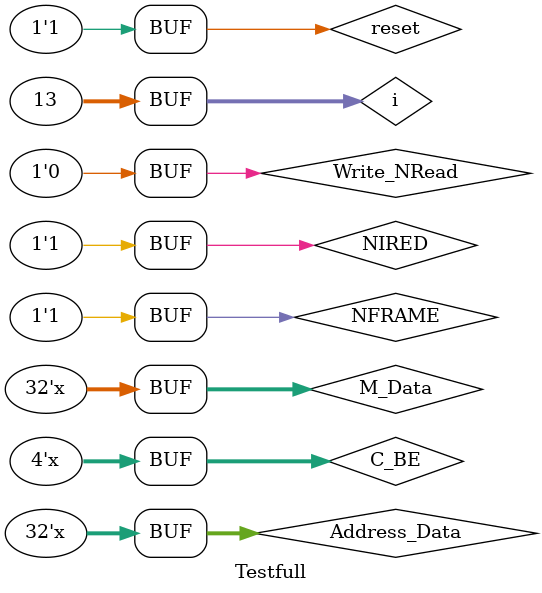
<source format=v>
`timescale 1ns / 1ns


module Testfull;

	// Inputs
	reg NFRAME;
	reg NIRED;
	reg [3:0] C_BE;
	reg reset;

	// Outputs
	wire NTRED;
	wire NDEVSEL;
	wire stop;

	// Bidirs
	wire [31:0] Address_Data;
	
	//local control
	reg Write_NRead;
	reg [31:0]M_Data;

	integer i;
	// Instantiate the Unit Under Test (UUT)
	PCI_TARGET uut (
		.reset(reset),
		.clk(clk),
		.stop(stop),
		.Address_Data(Address_Data), 
		.NFRAME(NFRAME), 
		.NIRED(NIRED), 
		.C_BE(C_BE), 
		.NTRED(NTRED), 
		.NDEVSEL(NDEVSEL)
	);


	// Clock instance
	clock clock (clk);
	assign Address_Data = Write_NRead? M_Data :32'bz;
	
	initial begin
		// Initialize Inputs
		NFRAME = 1;
		NIRED = 1;
		C_BE = 0;
		Write_NRead = 0;
		C_BE = 4'bzzzz;
		M_Data = 32'bz;
		reset = 1;
		
		#40
		reset = 0;
		
		#40
		reset = 1;
		
		// Write command
		#80
		Write_NRead = 1;
		NFRAME = 0;
		C_BE = 4'b0111;
		M_Data = 32'd4294967284;

		#40
		NIRED = 0;
		M_Data = 32'hffffaaaa;
		C_BE = 4'b0011; 

		#80
		M_Data = 32'hfff11111;
		C_BE = 4'b1010;
		
		#40
		M_Data = 32'h12345678;
		C_BE = 4'b0110;

		#40
		M_Data = 32'h87654321;
		C_BE = 4'b1001;

		#40
		NFRAME = 1;
		C_BE = 4'b1011;
		M_Data = 32'h11111111;

		#40
		Write_NRead = 0;
		NIRED = 1;
		C_BE = 4'bzzzz;
		M_Data = 32'bz;
		
	
		/********************************
			NEXT COMMAND Read Command
		*********************************/
		#40
		Write_NRead = 1;
		NFRAME = 0;
		C_BE = 4'b1110;
		M_Data = 32'd4294967284;
		
		#40
		C_BE = 4'b1010;
		NIRED = 0;
		Write_NRead = 0;
		#40
		NFRAME = 1;
		
		#40
		NIRED = 1;
		C_BE = 4'bzzzz;
		M_Data = 32'bz;
		

		/********************************
					Write command
		*********************************/
		#80
		Write_NRead = 1;
		NFRAME = 0;
		C_BE = 4'b0111;
		M_Data = 32'd4294967289;

		#40
		NIRED = 0;
		M_Data = 32'hffffaaaa;
		C_BE = 4'b0011; 

		#80
		M_Data = 32'hfff11111;
		C_BE = 4'b1010;
		
		#40
		M_Data = 32'h12345678;
		C_BE = 4'b0110;

		#40
		M_Data = 32'h87654321;
		C_BE = 4'b1001;

		#40
		NFRAME = 1;
		C_BE = 4'b1011;
		M_Data = 32'h11111111;


		#40
		Write_NRead = 0;
		NIRED = 1;
		C_BE = 4'bzzzz;
		M_Data = 32'bz;

		/********************************
			Input Output Write command
		*********************************/
		#40
		Write_NRead = 1;
		NFRAME = 0;
		C_BE = 4'b0011;
		M_Data = 32'h00000000;

		#40
		NIRED = 0;
		M_Data = 32'h1111aaaa;
		C_BE = 4'b1111; 

		#80
		M_Data = 32'hfff11111;
		C_BE = 4'b1110;
		NFRAME = 1;


		#40
		Write_NRead = 0;
		NIRED = 1;
		C_BE = 4'bzzzz;
		M_Data = 32'bz;
		
		//Input Output Read
		#40
		Write_NRead = 1;
		NFRAME = 0;
		C_BE = 4'b0010;
		M_Data = 32'h00000000;
		#40
		NIRED = 0;
		Write_NRead = 0;
		C_BE = 4'b0011;
		#80
		NFRAME = 1;
		C_BE = 4'b0110;
		#40
		NIRED = 1;
		C_BE = 4'bz;

		//Configuration Write
		#40
		Write_NRead = 1;
		NFRAME = 0;
		M_Data = 32'h00000010;
		C_BE = 4'b1011;


		#40
		NIRED = 0;
		M_Data = 32'hffffaaaa;
		C_BE = 4'b1100;
		NFRAME = 1;

		#160 
		Write_NRead = 0;
		NIRED = 1;
		C_BE = 4'bzzzz;
		M_Data = 32'bz;

		//Configuration Read
		#40
		Write_NRead = 1;
		NFRAME = 0;
		M_Data = 32'h00000010;
		C_BE = 4'b1010;

		#40
		Write_NRead = 0;
		NFRAME = 1;
		C_BE = 4'b1110;
		NIRED = 0;
			
		#160
		NIRED = 1;
		C_BE = 4'bz;
		M_Data = 32'bz;

		//Dual Address Cycle && Write
		#40
		Write_NRead = 1;
		NFRAME = 0;
		M_Data = 32'hFFFFFFFF;
		C_BE = 4'b1101;

		#40
		M_Data = 32'h00000000;
		C_BE = 4'b0111;

		#40
		NIRED = 0;
		M_Data = 32'h00001111;
		C_BE = 4'b1111;

		#80
		NFRAME = 1;
		M_Data = 32'h00001100;
		C_BE = 4'b1111;
		
		
		#40
		NIRED = 1;
		Write_NRead = 0;
		C_BE = 4'bzzzz;
		M_Data = 32'bz;

		//Dual Address Cycle && Read
		#40
		Write_NRead  = 1;
		M_Data = 32'hFFFFFFFF;
		C_BE = 4'b1101;
		NFRAME = 0;

		#40
		M_Data = 32'h00000000;
		C_BE = 4'b0110;

		#40
		NIRED = 0;
		Write_NRead  = 0;
 		C_BE = 4'b1111;

		#40
		C_BE = 4'b1100;
		
		#40
		NFRAME = 1;

		#40
		NIRED = 1;
		C_BE = 4'bz;
		M_Data = 32'bz;
		
		//special cycle command
		#40
		Write_NRead = 1;
		NFRAME = 0;
		M_Data = 32'h11111111;
		C_BE = 4'b0001;
		
		#40
		M_Data = 32'h00000000;
		C_BE = 4'b1111;
		NFRAME = 1;
		NIRED = 0;
		
		#200
		NIRED = 1;
		C_BE = 4'bzzzz;
		Write_NRead = 0;
		
		
		// Write command
		#80
		Write_NRead = 1;
		NFRAME = 0;
		C_BE = 4'b0111;
		M_Data = 32'd4294967284;
	
		//1
		#40						
		NIRED = 0;
		M_Data = 32'hffffaaaa;
		C_BE = 4'b0011; 

		//2
		#80
		M_Data = 32'hfff11111;
		C_BE = 4'b1010;
	
		
		for(i = 0; i< 30; i=i+1)
		begin
		if(i == 15)
		begin
		#40;
		end
			#40
			M_Data = M_Data + 20;
			C_BE = C_BE + 2;
		end

	
		#40
		NFRAME = 1;
		C_BE = 4'b1011;
		M_Data = 32'h11111111;

		//the end
		#40
		Write_NRead = 0;
		NIRED = 1;
		C_BE = 4'bzzzz;
		M_Data = 32'bz;
		
		
	

// read 2 byte
		#120
		NFRAME = 0;
		M_Data = 32'd4294967284;
		C_BE = 4'b0110;
		Write_NRead = 1;
		
		#40
		Write_NRead = 0;
		NIRED = 0;
		C_BE = C_BE + 2;
		
		#80
		C_BE = C_BE + 2;
		NFRAME = 1;
		#40
		NIRED = 1;
		C_BE = 4'bzzzz;
		M_Data = 32'bz;

// read 3 to 12
		#160
		NFRAME = 0;
		M_Data = 32'd4294967284;
		C_BE = 4'b0110;
		Write_NRead = 1;
		
		#40
		Write_NRead = 0;
		NIRED = 0;
		C_BE = C_BE + 2;
		
		#80
		C_BE = C_BE + 2;
		#40
		C_BE = 4'b0001;
		#40
		C_BE = 4'b0010;
		#40
		C_BE = 4'b0011;
		#40
		C_BE = 4'b0111;
		#40
		C_BE = 4'b0110;
		#40
		C_BE = 4'b0101;
		NFRAME = 1;
		#40
		NIRED = 1;
		C_BE = 4'bzzzz;
		M_Data = 32'bz;
//read multiple
		#160
		NFRAME = 0;
		M_Data = 32'd4294967284;
		C_BE = 4'b1100;
		Write_NRead = 1;
		
		#40
		Write_NRead = 0;
		NIRED = 0;
		C_BE = C_BE + 2;
		
		#80
		C_BE = C_BE + 2;
	for(i=0;i<13;i=i+1) begin
		#40
		C_BE = C_BE + 2;
	end
		
		#40
		C_BE = 4'b0101;
		NFRAME = 1;
		#40
		NIRED = 1;
		C_BE = 4'bzzzz;
		M_Data = 32'bz;		

	end
      
endmodule


</source>
